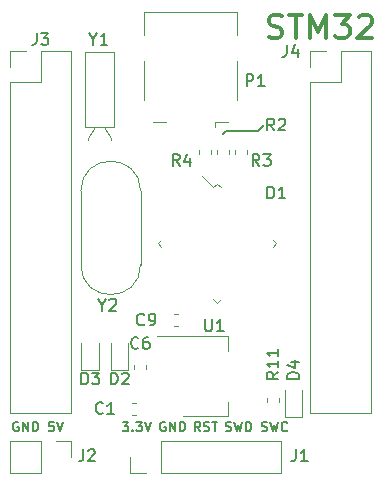
<source format=gto>
G04 #@! TF.GenerationSoftware,KiCad,Pcbnew,5.0.2+dfsg1-1*
G04 #@! TF.CreationDate,2019-02-01T15:12:52+03:00*
G04 #@! TF.ProjectId,stm32_48pin,73746d33-325f-4343-9870-696e2e6b6963,rev?*
G04 #@! TF.SameCoordinates,PX14fb180PY2625a00*
G04 #@! TF.FileFunction,Legend,Top*
G04 #@! TF.FilePolarity,Positive*
%FSLAX46Y46*%
G04 Gerber Fmt 4.6, Leading zero omitted, Abs format (unit mm)*
G04 Created by KiCad (PCBNEW 5.0.2+dfsg1-1) date Пт 01 фев 2019 15:12:52*
%MOMM*%
%LPD*%
G01*
G04 APERTURE LIST*
%ADD10C,0.300000*%
%ADD11C,0.150000*%
%ADD12C,0.120000*%
G04 APERTURE END LIST*
D10*
X23119047Y-2559523D02*
X23404761Y-2654761D01*
X23880952Y-2654761D01*
X24071428Y-2559523D01*
X24166666Y-2464285D01*
X24261904Y-2273809D01*
X24261904Y-2083333D01*
X24166666Y-1892857D01*
X24071428Y-1797619D01*
X23880952Y-1702380D01*
X23500000Y-1607142D01*
X23309523Y-1511904D01*
X23214285Y-1416666D01*
X23119047Y-1226190D01*
X23119047Y-1035714D01*
X23214285Y-845238D01*
X23309523Y-750000D01*
X23500000Y-654761D01*
X23976190Y-654761D01*
X24261904Y-750000D01*
X24833333Y-654761D02*
X25976190Y-654761D01*
X25404761Y-2654761D02*
X25404761Y-654761D01*
X26642857Y-2654761D02*
X26642857Y-654761D01*
X27309523Y-2083333D01*
X27976190Y-654761D01*
X27976190Y-2654761D01*
X28738095Y-654761D02*
X29976190Y-654761D01*
X29309523Y-1416666D01*
X29595238Y-1416666D01*
X29785714Y-1511904D01*
X29880952Y-1607142D01*
X29976190Y-1797619D01*
X29976190Y-2273809D01*
X29880952Y-2464285D01*
X29785714Y-2559523D01*
X29595238Y-2654761D01*
X29023809Y-2654761D01*
X28833333Y-2559523D01*
X28738095Y-2464285D01*
X30738095Y-845238D02*
X30833333Y-750000D01*
X31023809Y-654761D01*
X31500000Y-654761D01*
X31690476Y-750000D01*
X31785714Y-845238D01*
X31880952Y-1035714D01*
X31880952Y-1226190D01*
X31785714Y-1511904D01*
X30642857Y-2654761D01*
X31880952Y-2654761D01*
D11*
X22536285Y-35891809D02*
X22650571Y-35929904D01*
X22841047Y-35929904D01*
X22917238Y-35891809D01*
X22955333Y-35853714D01*
X22993428Y-35777523D01*
X22993428Y-35701333D01*
X22955333Y-35625142D01*
X22917238Y-35587047D01*
X22841047Y-35548952D01*
X22688666Y-35510857D01*
X22612476Y-35472761D01*
X22574380Y-35434666D01*
X22536285Y-35358476D01*
X22536285Y-35282285D01*
X22574380Y-35206095D01*
X22612476Y-35168000D01*
X22688666Y-35129904D01*
X22879142Y-35129904D01*
X22993428Y-35168000D01*
X23260095Y-35129904D02*
X23450571Y-35929904D01*
X23602952Y-35358476D01*
X23755333Y-35929904D01*
X23945809Y-35129904D01*
X24707714Y-35853714D02*
X24669619Y-35891809D01*
X24555333Y-35929904D01*
X24479142Y-35929904D01*
X24364857Y-35891809D01*
X24288666Y-35815619D01*
X24250571Y-35739428D01*
X24212476Y-35587047D01*
X24212476Y-35472761D01*
X24250571Y-35320380D01*
X24288666Y-35244190D01*
X24364857Y-35168000D01*
X24479142Y-35129904D01*
X24555333Y-35129904D01*
X24669619Y-35168000D01*
X24707714Y-35206095D01*
X19488285Y-35891809D02*
X19602571Y-35929904D01*
X19793047Y-35929904D01*
X19869238Y-35891809D01*
X19907333Y-35853714D01*
X19945428Y-35777523D01*
X19945428Y-35701333D01*
X19907333Y-35625142D01*
X19869238Y-35587047D01*
X19793047Y-35548952D01*
X19640666Y-35510857D01*
X19564476Y-35472761D01*
X19526380Y-35434666D01*
X19488285Y-35358476D01*
X19488285Y-35282285D01*
X19526380Y-35206095D01*
X19564476Y-35168000D01*
X19640666Y-35129904D01*
X19831142Y-35129904D01*
X19945428Y-35168000D01*
X20212095Y-35129904D02*
X20402571Y-35929904D01*
X20554952Y-35358476D01*
X20707333Y-35929904D01*
X20897809Y-35129904D01*
X21202571Y-35929904D02*
X21202571Y-35129904D01*
X21393047Y-35129904D01*
X21507333Y-35168000D01*
X21583523Y-35244190D01*
X21621619Y-35320380D01*
X21659714Y-35472761D01*
X21659714Y-35587047D01*
X21621619Y-35739428D01*
X21583523Y-35815619D01*
X21507333Y-35891809D01*
X21393047Y-35929904D01*
X21202571Y-35929904D01*
X17341904Y-35929904D02*
X17075238Y-35548952D01*
X16884761Y-35929904D02*
X16884761Y-35129904D01*
X17189523Y-35129904D01*
X17265714Y-35168000D01*
X17303809Y-35206095D01*
X17341904Y-35282285D01*
X17341904Y-35396571D01*
X17303809Y-35472761D01*
X17265714Y-35510857D01*
X17189523Y-35548952D01*
X16884761Y-35548952D01*
X17646666Y-35891809D02*
X17760952Y-35929904D01*
X17951428Y-35929904D01*
X18027619Y-35891809D01*
X18065714Y-35853714D01*
X18103809Y-35777523D01*
X18103809Y-35701333D01*
X18065714Y-35625142D01*
X18027619Y-35587047D01*
X17951428Y-35548952D01*
X17799047Y-35510857D01*
X17722857Y-35472761D01*
X17684761Y-35434666D01*
X17646666Y-35358476D01*
X17646666Y-35282285D01*
X17684761Y-35206095D01*
X17722857Y-35168000D01*
X17799047Y-35129904D01*
X17989523Y-35129904D01*
X18103809Y-35168000D01*
X18332380Y-35129904D02*
X18789523Y-35129904D01*
X18560952Y-35929904D02*
X18560952Y-35129904D01*
X14376476Y-35168000D02*
X14300285Y-35129904D01*
X14186000Y-35129904D01*
X14071714Y-35168000D01*
X13995523Y-35244190D01*
X13957428Y-35320380D01*
X13919333Y-35472761D01*
X13919333Y-35587047D01*
X13957428Y-35739428D01*
X13995523Y-35815619D01*
X14071714Y-35891809D01*
X14186000Y-35929904D01*
X14262190Y-35929904D01*
X14376476Y-35891809D01*
X14414571Y-35853714D01*
X14414571Y-35587047D01*
X14262190Y-35587047D01*
X14757428Y-35929904D02*
X14757428Y-35129904D01*
X15214571Y-35929904D01*
X15214571Y-35129904D01*
X15595523Y-35929904D02*
X15595523Y-35129904D01*
X15786000Y-35129904D01*
X15900285Y-35168000D01*
X15976476Y-35244190D01*
X16014571Y-35320380D01*
X16052666Y-35472761D01*
X16052666Y-35587047D01*
X16014571Y-35739428D01*
X15976476Y-35815619D01*
X15900285Y-35891809D01*
X15786000Y-35929904D01*
X15595523Y-35929904D01*
X10757047Y-35129904D02*
X11252285Y-35129904D01*
X10985619Y-35434666D01*
X11099904Y-35434666D01*
X11176095Y-35472761D01*
X11214190Y-35510857D01*
X11252285Y-35587047D01*
X11252285Y-35777523D01*
X11214190Y-35853714D01*
X11176095Y-35891809D01*
X11099904Y-35929904D01*
X10871333Y-35929904D01*
X10795142Y-35891809D01*
X10757047Y-35853714D01*
X11595142Y-35853714D02*
X11633238Y-35891809D01*
X11595142Y-35929904D01*
X11557047Y-35891809D01*
X11595142Y-35853714D01*
X11595142Y-35929904D01*
X11899904Y-35129904D02*
X12395142Y-35129904D01*
X12128476Y-35434666D01*
X12242761Y-35434666D01*
X12318952Y-35472761D01*
X12357047Y-35510857D01*
X12395142Y-35587047D01*
X12395142Y-35777523D01*
X12357047Y-35853714D01*
X12318952Y-35891809D01*
X12242761Y-35929904D01*
X12014190Y-35929904D01*
X11938000Y-35891809D01*
X11899904Y-35853714D01*
X12623714Y-35129904D02*
X12890380Y-35929904D01*
X13157047Y-35129904D01*
X4927619Y-35129904D02*
X4546666Y-35129904D01*
X4508571Y-35510857D01*
X4546666Y-35472761D01*
X4622857Y-35434666D01*
X4813333Y-35434666D01*
X4889523Y-35472761D01*
X4927619Y-35510857D01*
X4965714Y-35587047D01*
X4965714Y-35777523D01*
X4927619Y-35853714D01*
X4889523Y-35891809D01*
X4813333Y-35929904D01*
X4622857Y-35929904D01*
X4546666Y-35891809D01*
X4508571Y-35853714D01*
X5194285Y-35129904D02*
X5460952Y-35929904D01*
X5727619Y-35129904D01*
X1930476Y-35168000D02*
X1854285Y-35129904D01*
X1740000Y-35129904D01*
X1625714Y-35168000D01*
X1549523Y-35244190D01*
X1511428Y-35320380D01*
X1473333Y-35472761D01*
X1473333Y-35587047D01*
X1511428Y-35739428D01*
X1549523Y-35815619D01*
X1625714Y-35891809D01*
X1740000Y-35929904D01*
X1816190Y-35929904D01*
X1930476Y-35891809D01*
X1968571Y-35853714D01*
X1968571Y-35587047D01*
X1816190Y-35587047D01*
X2311428Y-35929904D02*
X2311428Y-35129904D01*
X2768571Y-35929904D01*
X2768571Y-35129904D01*
X3149523Y-35929904D02*
X3149523Y-35129904D01*
X3340000Y-35129904D01*
X3454285Y-35168000D01*
X3530476Y-35244190D01*
X3568571Y-35320380D01*
X3606666Y-35472761D01*
X3606666Y-35587047D01*
X3568571Y-35739428D01*
X3530476Y-35815619D01*
X3454285Y-35891809D01*
X3340000Y-35929904D01*
X3149523Y-35929904D01*
X19500000Y-10500000D02*
X19250000Y-10750000D01*
X22250000Y-10500000D02*
X19500000Y-10500000D01*
X22750000Y-10000000D02*
X22250000Y-10500000D01*
D12*
G04 #@! TO.C,C1*
X11912779Y-34510000D02*
X11587221Y-34510000D01*
X11912779Y-33490000D02*
X11587221Y-33490000D01*
G04 #@! TO.C,C6*
X12760000Y-30662779D02*
X12760000Y-30337221D01*
X11740000Y-30662779D02*
X11740000Y-30337221D01*
G04 #@! TO.C,C9*
X15412779Y-25990000D02*
X15087221Y-25990000D01*
X15412779Y-27010000D02*
X15087221Y-27010000D01*
G04 #@! TO.C,D1*
X23784600Y-20000000D02*
X23487615Y-20296985D01*
X18750000Y-25034600D02*
X19046985Y-24737615D01*
X13715400Y-20000000D02*
X14012385Y-19703015D01*
X18750000Y-14965400D02*
X19046985Y-15262385D01*
X18750000Y-25034600D02*
X18453015Y-24737615D01*
X23784600Y-20000000D02*
X23487615Y-19703015D01*
X18453015Y-15262385D02*
X17477208Y-14286577D01*
X18750000Y-14965400D02*
X18453015Y-15262385D01*
X13715400Y-20000000D02*
X14012385Y-20296985D01*
G04 #@! TO.C,J1*
X24190000Y-39430000D02*
X24190000Y-36770000D01*
X13970000Y-39430000D02*
X24190000Y-39430000D01*
X13970000Y-36770000D02*
X24190000Y-36770000D01*
X13970000Y-39430000D02*
X13970000Y-36770000D01*
X12700000Y-39430000D02*
X11370000Y-39430000D01*
X11370000Y-39430000D02*
X11370000Y-38100000D01*
G04 #@! TO.C,J2*
X1210000Y-36770000D02*
X1210000Y-39430000D01*
X3810000Y-36770000D02*
X1210000Y-36770000D01*
X3810000Y-39430000D02*
X1210000Y-39430000D01*
X3810000Y-36770000D02*
X3810000Y-39430000D01*
X5080000Y-36770000D02*
X6410000Y-36770000D01*
X6410000Y-36770000D02*
X6410000Y-38100000D01*
G04 #@! TO.C,J3*
X1210000Y-3750000D02*
X2540000Y-3750000D01*
X1210000Y-5080000D02*
X1210000Y-3750000D01*
X3810000Y-3750000D02*
X6410000Y-3750000D01*
X3810000Y-6350000D02*
X3810000Y-3750000D01*
X1210000Y-6350000D02*
X3810000Y-6350000D01*
X6410000Y-3750000D02*
X6410000Y-34350000D01*
X1210000Y-6350000D02*
X1210000Y-34350000D01*
X1210000Y-34350000D02*
X6410000Y-34350000D01*
G04 #@! TO.C,J4*
X26610000Y-34350000D02*
X31810000Y-34350000D01*
X26610000Y-6350000D02*
X26610000Y-34350000D01*
X31810000Y-3750000D02*
X31810000Y-34350000D01*
X26610000Y-6350000D02*
X29210000Y-6350000D01*
X29210000Y-6350000D02*
X29210000Y-3750000D01*
X29210000Y-3750000D02*
X31810000Y-3750000D01*
X26610000Y-5080000D02*
X26610000Y-3750000D01*
X26610000Y-3750000D02*
X27940000Y-3750000D01*
G04 #@! TO.C,P1*
X12600000Y-440000D02*
X20420000Y-440000D01*
X18620000Y-9760000D02*
X18620000Y-10190000D01*
X12600000Y-440000D02*
X12600000Y-2390000D01*
X12600000Y-4610000D02*
X12600000Y-7840000D01*
X14400000Y-9760000D02*
X13320000Y-9760000D01*
X19700000Y-9760000D02*
X18620000Y-9760000D01*
X20420000Y-4610000D02*
X20420000Y-7840000D01*
X20420000Y-440000D02*
X20420000Y-2390000D01*
G04 #@! TO.C,R2*
X19760000Y-12412779D02*
X19760000Y-12087221D01*
X18740000Y-12412779D02*
X18740000Y-12087221D01*
G04 #@! TO.C,R3*
X20240000Y-12412779D02*
X20240000Y-12087221D01*
X21260000Y-12412779D02*
X21260000Y-12087221D01*
G04 #@! TO.C,R4*
X17240000Y-12412779D02*
X17240000Y-12087221D01*
X18260000Y-12412779D02*
X18260000Y-12087221D01*
G04 #@! TO.C,U1*
X19660000Y-34660000D02*
X19660000Y-33400000D01*
X19660000Y-27840000D02*
X19660000Y-29100000D01*
X15900000Y-34660000D02*
X19660000Y-34660000D01*
X13650000Y-27840000D02*
X19660000Y-27840000D01*
G04 #@! TO.C,Y1*
X10000000Y-10200000D02*
X10000000Y-3800000D01*
X10000000Y-3800000D02*
X7600000Y-3800000D01*
X7600000Y-3800000D02*
X7600000Y-10200000D01*
X7600000Y-10200000D02*
X10000000Y-10200000D01*
X9150000Y-10200000D02*
X9750000Y-11100000D01*
X9750000Y-11100000D02*
X9750000Y-11300000D01*
X8450000Y-10200000D02*
X7850000Y-11100000D01*
X7850000Y-11100000D02*
X7850000Y-11300000D01*
G04 #@! TO.C,Y2*
X12275000Y-15575000D02*
X12275000Y-21825000D01*
X7225000Y-15575000D02*
X7225000Y-21825000D01*
X7225000Y-15575000D02*
G75*
G02X12275000Y-15575000I2525000J0D01*
G01*
X7225000Y-21825000D02*
G75*
G03X12275000Y-21825000I2525000J0D01*
G01*
G04 #@! TO.C,D2*
X11235000Y-30735000D02*
X11235000Y-28450000D01*
X9765000Y-30735000D02*
X11235000Y-30735000D01*
X9765000Y-28450000D02*
X9765000Y-30735000D01*
G04 #@! TO.C,D3*
X7265000Y-28450000D02*
X7265000Y-30735000D01*
X7265000Y-30735000D02*
X8735000Y-30735000D01*
X8735000Y-30735000D02*
X8735000Y-28450000D01*
G04 #@! TO.C,D4*
X24515000Y-32450000D02*
X24515000Y-34735000D01*
X24515000Y-34735000D02*
X25985000Y-34735000D01*
X25985000Y-34735000D02*
X25985000Y-32450000D01*
G04 #@! TO.C,R11*
X24010000Y-33087221D02*
X24010000Y-33412779D01*
X22990000Y-33087221D02*
X22990000Y-33412779D01*
G04 #@! TO.C,C1*
D11*
X9083333Y-34357142D02*
X9035714Y-34404761D01*
X8892857Y-34452380D01*
X8797619Y-34452380D01*
X8654761Y-34404761D01*
X8559523Y-34309523D01*
X8511904Y-34214285D01*
X8464285Y-34023809D01*
X8464285Y-33880952D01*
X8511904Y-33690476D01*
X8559523Y-33595238D01*
X8654761Y-33500000D01*
X8797619Y-33452380D01*
X8892857Y-33452380D01*
X9035714Y-33500000D01*
X9083333Y-33547619D01*
X10035714Y-34452380D02*
X9464285Y-34452380D01*
X9750000Y-34452380D02*
X9750000Y-33452380D01*
X9654761Y-33595238D01*
X9559523Y-33690476D01*
X9464285Y-33738095D01*
G04 #@! TO.C,C6*
X12083333Y-28857142D02*
X12035714Y-28904761D01*
X11892857Y-28952380D01*
X11797619Y-28952380D01*
X11654761Y-28904761D01*
X11559523Y-28809523D01*
X11511904Y-28714285D01*
X11464285Y-28523809D01*
X11464285Y-28380952D01*
X11511904Y-28190476D01*
X11559523Y-28095238D01*
X11654761Y-28000000D01*
X11797619Y-27952380D01*
X11892857Y-27952380D01*
X12035714Y-28000000D01*
X12083333Y-28047619D01*
X12940476Y-27952380D02*
X12750000Y-27952380D01*
X12654761Y-28000000D01*
X12607142Y-28047619D01*
X12511904Y-28190476D01*
X12464285Y-28380952D01*
X12464285Y-28761904D01*
X12511904Y-28857142D01*
X12559523Y-28904761D01*
X12654761Y-28952380D01*
X12845238Y-28952380D01*
X12940476Y-28904761D01*
X12988095Y-28857142D01*
X13035714Y-28761904D01*
X13035714Y-28523809D01*
X12988095Y-28428571D01*
X12940476Y-28380952D01*
X12845238Y-28333333D01*
X12654761Y-28333333D01*
X12559523Y-28380952D01*
X12511904Y-28428571D01*
X12464285Y-28523809D01*
G04 #@! TO.C,C9*
X12583333Y-26857142D02*
X12535714Y-26904761D01*
X12392857Y-26952380D01*
X12297619Y-26952380D01*
X12154761Y-26904761D01*
X12059523Y-26809523D01*
X12011904Y-26714285D01*
X11964285Y-26523809D01*
X11964285Y-26380952D01*
X12011904Y-26190476D01*
X12059523Y-26095238D01*
X12154761Y-26000000D01*
X12297619Y-25952380D01*
X12392857Y-25952380D01*
X12535714Y-26000000D01*
X12583333Y-26047619D01*
X13059523Y-26952380D02*
X13250000Y-26952380D01*
X13345238Y-26904761D01*
X13392857Y-26857142D01*
X13488095Y-26714285D01*
X13535714Y-26523809D01*
X13535714Y-26142857D01*
X13488095Y-26047619D01*
X13440476Y-26000000D01*
X13345238Y-25952380D01*
X13154761Y-25952380D01*
X13059523Y-26000000D01*
X13011904Y-26047619D01*
X12964285Y-26142857D01*
X12964285Y-26380952D01*
X13011904Y-26476190D01*
X13059523Y-26523809D01*
X13154761Y-26571428D01*
X13345238Y-26571428D01*
X13440476Y-26523809D01*
X13488095Y-26476190D01*
X13535714Y-26380952D01*
G04 #@! TO.C,D1*
X23011904Y-16202380D02*
X23011904Y-15202380D01*
X23250000Y-15202380D01*
X23392857Y-15250000D01*
X23488095Y-15345238D01*
X23535714Y-15440476D01*
X23583333Y-15630952D01*
X23583333Y-15773809D01*
X23535714Y-15964285D01*
X23488095Y-16059523D01*
X23392857Y-16154761D01*
X23250000Y-16202380D01*
X23011904Y-16202380D01*
X24535714Y-16202380D02*
X23964285Y-16202380D01*
X24250000Y-16202380D02*
X24250000Y-15202380D01*
X24154761Y-15345238D01*
X24059523Y-15440476D01*
X23964285Y-15488095D01*
G04 #@! TO.C,J1*
X25416666Y-37452380D02*
X25416666Y-38166666D01*
X25369047Y-38309523D01*
X25273809Y-38404761D01*
X25130952Y-38452380D01*
X25035714Y-38452380D01*
X26416666Y-38452380D02*
X25845238Y-38452380D01*
X26130952Y-38452380D02*
X26130952Y-37452380D01*
X26035714Y-37595238D01*
X25940476Y-37690476D01*
X25845238Y-37738095D01*
G04 #@! TO.C,J2*
X7416666Y-37452380D02*
X7416666Y-38166666D01*
X7369047Y-38309523D01*
X7273809Y-38404761D01*
X7130952Y-38452380D01*
X7035714Y-38452380D01*
X7845238Y-37547619D02*
X7892857Y-37500000D01*
X7988095Y-37452380D01*
X8226190Y-37452380D01*
X8321428Y-37500000D01*
X8369047Y-37547619D01*
X8416666Y-37642857D01*
X8416666Y-37738095D01*
X8369047Y-37880952D01*
X7797619Y-38452380D01*
X8416666Y-38452380D01*
G04 #@! TO.C,J3*
X3476666Y-2202380D02*
X3476666Y-2916666D01*
X3429047Y-3059523D01*
X3333809Y-3154761D01*
X3190952Y-3202380D01*
X3095714Y-3202380D01*
X3857619Y-2202380D02*
X4476666Y-2202380D01*
X4143333Y-2583333D01*
X4286190Y-2583333D01*
X4381428Y-2630952D01*
X4429047Y-2678571D01*
X4476666Y-2773809D01*
X4476666Y-3011904D01*
X4429047Y-3107142D01*
X4381428Y-3154761D01*
X4286190Y-3202380D01*
X4000476Y-3202380D01*
X3905238Y-3154761D01*
X3857619Y-3107142D01*
G04 #@! TO.C,J4*
X24666666Y-3202380D02*
X24666666Y-3916666D01*
X24619047Y-4059523D01*
X24523809Y-4154761D01*
X24380952Y-4202380D01*
X24285714Y-4202380D01*
X25571428Y-3535714D02*
X25571428Y-4202380D01*
X25333333Y-3154761D02*
X25095238Y-3869047D01*
X25714285Y-3869047D01*
G04 #@! TO.C,P1*
X21261904Y-6702380D02*
X21261904Y-5702380D01*
X21642857Y-5702380D01*
X21738095Y-5750000D01*
X21785714Y-5797619D01*
X21833333Y-5892857D01*
X21833333Y-6035714D01*
X21785714Y-6130952D01*
X21738095Y-6178571D01*
X21642857Y-6226190D01*
X21261904Y-6226190D01*
X22785714Y-6702380D02*
X22214285Y-6702380D01*
X22500000Y-6702380D02*
X22500000Y-5702380D01*
X22404761Y-5845238D01*
X22309523Y-5940476D01*
X22214285Y-5988095D01*
G04 #@! TO.C,R2*
X23583333Y-10452380D02*
X23250000Y-9976190D01*
X23011904Y-10452380D02*
X23011904Y-9452380D01*
X23392857Y-9452380D01*
X23488095Y-9500000D01*
X23535714Y-9547619D01*
X23583333Y-9642857D01*
X23583333Y-9785714D01*
X23535714Y-9880952D01*
X23488095Y-9928571D01*
X23392857Y-9976190D01*
X23011904Y-9976190D01*
X23964285Y-9547619D02*
X24011904Y-9500000D01*
X24107142Y-9452380D01*
X24345238Y-9452380D01*
X24440476Y-9500000D01*
X24488095Y-9547619D01*
X24535714Y-9642857D01*
X24535714Y-9738095D01*
X24488095Y-9880952D01*
X23916666Y-10452380D01*
X24535714Y-10452380D01*
G04 #@! TO.C,R3*
X22333333Y-13452380D02*
X22000000Y-12976190D01*
X21761904Y-13452380D02*
X21761904Y-12452380D01*
X22142857Y-12452380D01*
X22238095Y-12500000D01*
X22285714Y-12547619D01*
X22333333Y-12642857D01*
X22333333Y-12785714D01*
X22285714Y-12880952D01*
X22238095Y-12928571D01*
X22142857Y-12976190D01*
X21761904Y-12976190D01*
X22666666Y-12452380D02*
X23285714Y-12452380D01*
X22952380Y-12833333D01*
X23095238Y-12833333D01*
X23190476Y-12880952D01*
X23238095Y-12928571D01*
X23285714Y-13023809D01*
X23285714Y-13261904D01*
X23238095Y-13357142D01*
X23190476Y-13404761D01*
X23095238Y-13452380D01*
X22809523Y-13452380D01*
X22714285Y-13404761D01*
X22666666Y-13357142D01*
G04 #@! TO.C,R4*
X15583333Y-13452380D02*
X15250000Y-12976190D01*
X15011904Y-13452380D02*
X15011904Y-12452380D01*
X15392857Y-12452380D01*
X15488095Y-12500000D01*
X15535714Y-12547619D01*
X15583333Y-12642857D01*
X15583333Y-12785714D01*
X15535714Y-12880952D01*
X15488095Y-12928571D01*
X15392857Y-12976190D01*
X15011904Y-12976190D01*
X16440476Y-12785714D02*
X16440476Y-13452380D01*
X16202380Y-12404761D02*
X15964285Y-13119047D01*
X16583333Y-13119047D01*
G04 #@! TO.C,U1*
X17738095Y-26452380D02*
X17738095Y-27261904D01*
X17785714Y-27357142D01*
X17833333Y-27404761D01*
X17928571Y-27452380D01*
X18119047Y-27452380D01*
X18214285Y-27404761D01*
X18261904Y-27357142D01*
X18309523Y-27261904D01*
X18309523Y-26452380D01*
X19309523Y-27452380D02*
X18738095Y-27452380D01*
X19023809Y-27452380D02*
X19023809Y-26452380D01*
X18928571Y-26595238D01*
X18833333Y-26690476D01*
X18738095Y-26738095D01*
G04 #@! TO.C,Y1*
X8273809Y-2726190D02*
X8273809Y-3202380D01*
X7940476Y-2202380D02*
X8273809Y-2726190D01*
X8607142Y-2202380D01*
X9464285Y-3202380D02*
X8892857Y-3202380D01*
X9178571Y-3202380D02*
X9178571Y-2202380D01*
X9083333Y-2345238D01*
X8988095Y-2440476D01*
X8892857Y-2488095D01*
G04 #@! TO.C,Y2*
X9023809Y-25226190D02*
X9023809Y-25702380D01*
X8690476Y-24702380D02*
X9023809Y-25226190D01*
X9357142Y-24702380D01*
X9642857Y-24797619D02*
X9690476Y-24750000D01*
X9785714Y-24702380D01*
X10023809Y-24702380D01*
X10119047Y-24750000D01*
X10166666Y-24797619D01*
X10214285Y-24892857D01*
X10214285Y-24988095D01*
X10166666Y-25130952D01*
X9595238Y-25702380D01*
X10214285Y-25702380D01*
G04 #@! TO.C,D2*
X9761904Y-31952380D02*
X9761904Y-30952380D01*
X10000000Y-30952380D01*
X10142857Y-31000000D01*
X10238095Y-31095238D01*
X10285714Y-31190476D01*
X10333333Y-31380952D01*
X10333333Y-31523809D01*
X10285714Y-31714285D01*
X10238095Y-31809523D01*
X10142857Y-31904761D01*
X10000000Y-31952380D01*
X9761904Y-31952380D01*
X10714285Y-31047619D02*
X10761904Y-31000000D01*
X10857142Y-30952380D01*
X11095238Y-30952380D01*
X11190476Y-31000000D01*
X11238095Y-31047619D01*
X11285714Y-31142857D01*
X11285714Y-31238095D01*
X11238095Y-31380952D01*
X10666666Y-31952380D01*
X11285714Y-31952380D01*
G04 #@! TO.C,D3*
X7261904Y-31952380D02*
X7261904Y-30952380D01*
X7500000Y-30952380D01*
X7642857Y-31000000D01*
X7738095Y-31095238D01*
X7785714Y-31190476D01*
X7833333Y-31380952D01*
X7833333Y-31523809D01*
X7785714Y-31714285D01*
X7738095Y-31809523D01*
X7642857Y-31904761D01*
X7500000Y-31952380D01*
X7261904Y-31952380D01*
X8166666Y-30952380D02*
X8785714Y-30952380D01*
X8452380Y-31333333D01*
X8595238Y-31333333D01*
X8690476Y-31380952D01*
X8738095Y-31428571D01*
X8785714Y-31523809D01*
X8785714Y-31761904D01*
X8738095Y-31857142D01*
X8690476Y-31904761D01*
X8595238Y-31952380D01*
X8309523Y-31952380D01*
X8214285Y-31904761D01*
X8166666Y-31857142D01*
G04 #@! TO.C,D4*
X25702380Y-31488095D02*
X24702380Y-31488095D01*
X24702380Y-31250000D01*
X24750000Y-31107142D01*
X24845238Y-31011904D01*
X24940476Y-30964285D01*
X25130952Y-30916666D01*
X25273809Y-30916666D01*
X25464285Y-30964285D01*
X25559523Y-31011904D01*
X25654761Y-31107142D01*
X25702380Y-31250000D01*
X25702380Y-31488095D01*
X25035714Y-30059523D02*
X25702380Y-30059523D01*
X24654761Y-30297619D02*
X25369047Y-30535714D01*
X25369047Y-29916666D01*
G04 #@! TO.C,R11*
X23952380Y-30892857D02*
X23476190Y-31226190D01*
X23952380Y-31464285D02*
X22952380Y-31464285D01*
X22952380Y-31083333D01*
X23000000Y-30988095D01*
X23047619Y-30940476D01*
X23142857Y-30892857D01*
X23285714Y-30892857D01*
X23380952Y-30940476D01*
X23428571Y-30988095D01*
X23476190Y-31083333D01*
X23476190Y-31464285D01*
X23952380Y-29940476D02*
X23952380Y-30511904D01*
X23952380Y-30226190D02*
X22952380Y-30226190D01*
X23095238Y-30321428D01*
X23190476Y-30416666D01*
X23238095Y-30511904D01*
X23952380Y-28988095D02*
X23952380Y-29559523D01*
X23952380Y-29273809D02*
X22952380Y-29273809D01*
X23095238Y-29369047D01*
X23190476Y-29464285D01*
X23238095Y-29559523D01*
G04 #@! TD*
M02*

</source>
